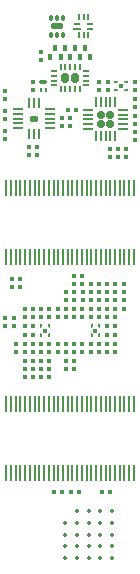
<source format=gbr>
%TF.GenerationSoftware,KiCad,Pcbnew,(5.99.0-10952-g410dbe17de)*%
%TF.CreationDate,2021-06-12T08:48:31+02:00*%
%TF.ProjectId,reDIP-64,72654449-502d-4363-942e-6b696361645f,0.2*%
%TF.SameCoordinates,PX594fc50PY8e9a590*%
%TF.FileFunction,Paste,Bot*%
%TF.FilePolarity,Positive*%
%FSLAX46Y46*%
G04 Gerber Fmt 4.6, Leading zero omitted, Abs format (unit mm)*
G04 Created by KiCad (PCBNEW (5.99.0-10952-g410dbe17de)) date 2021-06-12 08:48:31*
%MOMM*%
%LPD*%
G01*
G04 APERTURE LIST*
G04 Aperture macros list*
%AMRoundRect*
0 Rectangle with rounded corners*
0 $1 Rounding radius*
0 $2 $3 $4 $5 $6 $7 $8 $9 X,Y pos of 4 corners*
0 Add a 4 corners polygon primitive as box body*
4,1,4,$2,$3,$4,$5,$6,$7,$8,$9,$2,$3,0*
0 Add four circle primitives for the rounded corners*
1,1,$1+$1,$2,$3*
1,1,$1+$1,$4,$5*
1,1,$1+$1,$6,$7*
1,1,$1+$1,$8,$9*
0 Add four rect primitives between the rounded corners*
20,1,$1+$1,$2,$3,$4,$5,0*
20,1,$1+$1,$4,$5,$6,$7,0*
20,1,$1+$1,$6,$7,$8,$9,0*
20,1,$1+$1,$8,$9,$2,$3,0*%
%AMFreePoly0*
4,1,6,0.125000,-0.075000,-0.025000,-0.225000,-0.125000,-0.225000,-0.125000,0.125000,0.125000,0.125000,0.125000,-0.075000,0.125000,-0.075000,$1*%
%AMFreePoly1*
4,1,6,0.125000,0.075000,0.125000,-0.125000,-0.125000,-0.125000,-0.125000,0.225000,-0.025000,0.225000,0.125000,0.075000,0.125000,0.075000,$1*%
G04 Aperture macros list end*
%ADD10RoundRect,0.050000X-0.050000X-0.650000X0.050000X-0.650000X0.050000X0.650000X-0.050000X0.650000X0*%
%ADD11C,0.350000*%
%ADD12RoundRect,0.079500X-0.100500X0.079500X-0.100500X-0.079500X0.100500X-0.079500X0.100500X0.079500X0*%
%ADD13RoundRect,0.079500X0.100500X-0.079500X0.100500X0.079500X-0.100500X0.079500X-0.100500X-0.079500X0*%
%ADD14FreePoly0,90.000000*%
%ADD15FreePoly1,270.000000*%
%ADD16FreePoly0,270.000000*%
%ADD17FreePoly1,90.000000*%
%ADD18RoundRect,0.076000X-0.161220X0.000000X0.000000X-0.161220X0.161220X0.000000X0.000000X0.161220X0*%
%ADD19RoundRect,0.050000X0.250000X0.200000X-0.250000X0.200000X-0.250000X-0.200000X0.250000X-0.200000X0*%
%ADD20RoundRect,0.019000X0.406000X-0.076000X0.406000X0.076000X-0.406000X0.076000X-0.406000X-0.076000X0*%
%ADD21RoundRect,0.019000X0.076000X0.406000X-0.076000X0.406000X-0.076000X-0.406000X0.076000X-0.406000X0*%
%ADD22RoundRect,0.167500X-0.167500X0.167500X-0.167500X-0.167500X0.167500X-0.167500X0.167500X0.167500X0*%
%ADD23RoundRect,0.050000X-0.050000X0.375000X-0.050000X-0.375000X0.050000X-0.375000X0.050000X0.375000X0*%
%ADD24RoundRect,0.050000X-0.375000X0.050000X-0.375000X-0.050000X0.375000X-0.050000X0.375000X0.050000X0*%
%ADD25RoundRect,0.175000X0.175000X-0.225000X0.175000X0.225000X-0.175000X0.225000X-0.175000X-0.225000X0*%
%ADD26RoundRect,0.050000X-0.050000X-0.190000X0.050000X-0.190000X0.050000X0.190000X-0.050000X0.190000X0*%
%ADD27RoundRect,0.050000X0.190000X-0.050000X0.190000X0.050000X-0.190000X0.050000X-0.190000X-0.050000X0*%
%ADD28RoundRect,0.025000X-0.100000X0.200000X-0.100000X-0.200000X0.100000X-0.200000X0.100000X0.200000X0*%
%ADD29RoundRect,0.050000X-0.450000X0.200000X-0.450000X-0.200000X0.450000X-0.200000X0.450000X0.200000X0*%
%ADD30RoundRect,0.079500X-0.079500X-0.100500X0.079500X-0.100500X0.079500X0.100500X-0.079500X0.100500X0*%
%ADD31RoundRect,0.079500X0.079500X0.100500X-0.079500X0.100500X-0.079500X-0.100500X0.079500X-0.100500X0*%
%ADD32RoundRect,0.050000X0.050000X0.650000X-0.050000X0.650000X-0.050000X-0.650000X0.050000X-0.650000X0*%
%ADD33FreePoly0,180.000000*%
%ADD34FreePoly1,0.000000*%
%ADD35FreePoly0,0.000000*%
%ADD36FreePoly1,180.000000*%
%ADD37RoundRect,0.076000X0.000000X-0.161220X0.161220X0.000000X0.000000X0.161220X-0.161220X0.000000X0*%
%ADD38RoundRect,0.076000X0.000000X0.161220X-0.161220X0.000000X0.000000X-0.161220X0.161220X0.000000X0*%
%ADD39RoundRect,0.050000X0.075000X-0.100000X0.075000X0.100000X-0.075000X0.100000X-0.075000X-0.100000X0*%
%ADD40RoundRect,0.037500X0.262500X-0.112500X0.262500X0.112500X-0.262500X0.112500X-0.262500X-0.112500X0*%
%ADD41RoundRect,0.030000X0.120000X-0.220000X0.120000X0.220000X-0.120000X0.220000X-0.120000X-0.220000X0*%
%ADD42RoundRect,0.056250X-0.275250X0.056250X-0.275250X-0.056250X0.275250X-0.056250X0.275250X0.056250X0*%
%ADD43RoundRect,0.056250X-0.225250X0.056250X-0.225250X-0.056250X0.225250X-0.056250X0.225250X0.056250X0*%
%ADD44RoundRect,0.056250X-0.056250X-0.225250X0.056250X-0.225250X0.056250X0.225250X-0.056250X0.225250X0*%
G04 APERTURE END LIST*
D10*
%TO.C,U15*%
X8570000Y32900000D03*
X8970000Y32900000D03*
X9370000Y32900000D03*
X9770000Y32900000D03*
X10170000Y32900000D03*
X10570000Y32900000D03*
X10970000Y32900000D03*
X11370000Y32900000D03*
X11770000Y32900000D03*
X12170000Y32900000D03*
X12570000Y32900000D03*
X12970000Y32900000D03*
X13370000Y32900000D03*
X13770000Y32900000D03*
X14170000Y32900000D03*
X14570000Y32900000D03*
X14970000Y32900000D03*
X15370000Y32900000D03*
X15770000Y32900000D03*
X16170000Y32900000D03*
X16570000Y32900000D03*
X16970000Y32900000D03*
X17370000Y32900000D03*
X17770000Y32900000D03*
X18170000Y32900000D03*
X18570000Y32900000D03*
X18970000Y32900000D03*
X19370000Y32900000D03*
X19370000Y27000000D03*
X18970000Y27000000D03*
X18570000Y27000000D03*
X18170000Y27000000D03*
X17770000Y27000000D03*
X17370000Y27000000D03*
X16970000Y27000000D03*
X16570000Y27000000D03*
X16170000Y27000000D03*
X15770000Y27000000D03*
X15370000Y27000000D03*
X14970000Y27000000D03*
X14570000Y27000000D03*
X14170000Y27000000D03*
X13770000Y27000000D03*
X13370000Y27000000D03*
X12970000Y27000000D03*
X12570000Y27000000D03*
X12170000Y27000000D03*
X11770000Y27000000D03*
X11370000Y27000000D03*
X10970000Y27000000D03*
X10570000Y27000000D03*
X10170000Y27000000D03*
X9770000Y27000000D03*
X9370000Y27000000D03*
X8970000Y27000000D03*
X8570000Y27000000D03*
%TD*%
D11*
%TO.C,U17*%
X13540000Y4520000D03*
X13540000Y3520000D03*
X13540000Y2520000D03*
X13540000Y1520000D03*
X14540000Y5520000D03*
X14540000Y4520000D03*
X14540000Y3520000D03*
X14540000Y2520000D03*
X14540000Y1520000D03*
X15540000Y5520000D03*
X15540000Y4520000D03*
X15540000Y3520000D03*
X15540000Y2520000D03*
X15540000Y1520000D03*
X16540000Y5520000D03*
X16540000Y4520000D03*
X16540000Y3520000D03*
X16540000Y2520000D03*
X16540000Y1520000D03*
X17540000Y5520000D03*
X17540000Y4520000D03*
X17540000Y3520000D03*
X17540000Y2520000D03*
X17540000Y1520000D03*
%TD*%
D12*
%TO.C,R1*%
X11470000Y44395000D03*
X11470000Y43705000D03*
%TD*%
%TO.C,R13*%
X11200000Y35655000D03*
X11200000Y36345000D03*
%TD*%
%TO.C,C61*%
X19440000Y40405000D03*
X19440000Y39715000D03*
%TD*%
%TO.C,R6*%
X8500000Y39385000D03*
X8500000Y38695000D03*
%TD*%
D13*
%TO.C,R7*%
X8500000Y37015000D03*
X8500000Y37705000D03*
%TD*%
%TO.C,C41*%
X17140000Y41845000D03*
X17140000Y41155000D03*
%TD*%
D14*
%TO.C,U12*%
X17815000Y41175000D03*
D15*
X17815000Y41825000D03*
D16*
X18765000Y41825000D03*
D17*
X18765000Y41175000D03*
D18*
X18290000Y41500000D03*
%TD*%
D12*
%TO.C,C63*%
X18040000Y36205000D03*
X18040000Y35515000D03*
%TD*%
D13*
%TO.C,C65*%
X16440000Y41155000D03*
X16440000Y41845000D03*
%TD*%
D19*
%TO.C,U3*%
X10900000Y38750000D03*
D20*
X12250000Y39550000D03*
X12250000Y39150000D03*
X12250000Y38750000D03*
X12250000Y38350000D03*
X12250000Y37950000D03*
D21*
X11300000Y37400000D03*
X10900000Y37400000D03*
X10500000Y37400000D03*
D20*
X9550000Y37950000D03*
X9550000Y38350000D03*
X9550000Y38750000D03*
X9550000Y39150000D03*
X9550000Y39550000D03*
D21*
X10500000Y40100000D03*
X10900000Y40100000D03*
X11300000Y40100000D03*
%TD*%
D13*
%TO.C,C8*%
X10860000Y41155000D03*
X10860000Y41845000D03*
%TD*%
%TO.C,C62*%
X19440000Y38315000D03*
X19440000Y39005000D03*
%TD*%
D22*
%TO.C,U19*%
X16560000Y39090000D03*
X17380000Y38270000D03*
X17380000Y39090000D03*
X16560000Y38270000D03*
D23*
X16170000Y40130000D03*
X16570000Y40130000D03*
X16970000Y40130000D03*
X17370000Y40130000D03*
X17770000Y40130000D03*
D24*
X18420000Y39480000D03*
X18420000Y39080000D03*
X18420000Y38680000D03*
X18420000Y38280000D03*
X18420000Y37880000D03*
D23*
X17770000Y37230000D03*
X17370000Y37230000D03*
X16970000Y37230000D03*
X16570000Y37230000D03*
X16170000Y37230000D03*
D24*
X15520000Y37880000D03*
X15520000Y38280000D03*
X15520000Y38680000D03*
X15520000Y39080000D03*
X15520000Y39480000D03*
%TD*%
D12*
%TO.C,C64*%
X17340000Y35515000D03*
X17340000Y36205000D03*
%TD*%
D25*
%TO.C,U1*%
X14420000Y42160000D03*
X13520000Y42160000D03*
D26*
X14770000Y41220000D03*
X14370000Y41220000D03*
X13970000Y41220000D03*
X13570000Y41220000D03*
X13170000Y41220000D03*
D27*
X12630000Y41560000D03*
X12630000Y41960000D03*
X12630000Y42360000D03*
X12630000Y42760000D03*
D26*
X13170000Y43100000D03*
X13570000Y43100000D03*
X13970000Y43100000D03*
X14370000Y43100000D03*
X14770000Y43100000D03*
D27*
X15310000Y42760000D03*
X15310000Y42360000D03*
X15310000Y41960000D03*
X15310000Y41560000D03*
%TD*%
D28*
%TO.C,D2*%
X12360000Y47295000D03*
X12860000Y47295000D03*
X13360000Y47295000D03*
X13360000Y45845000D03*
X12860000Y45845000D03*
X12360000Y45845000D03*
D29*
X12860000Y46570000D03*
%TD*%
D30*
%TO.C,C55*%
X14015000Y7120000D03*
X14705000Y7120000D03*
%TD*%
D13*
%TO.C,C38*%
X19440000Y41845000D03*
X19440000Y41155000D03*
%TD*%
D31*
%TO.C,C57*%
X16695000Y7120000D03*
X17385000Y7120000D03*
%TD*%
D32*
%TO.C,U16*%
X19370000Y8700000D03*
X18970000Y8700000D03*
X18570000Y8700000D03*
X18170000Y8700000D03*
X17770000Y8700000D03*
X17370000Y8700000D03*
X16970000Y8700000D03*
X16570000Y8700000D03*
X16170000Y8700000D03*
X15770000Y8700000D03*
X15370000Y8700000D03*
X14970000Y8700000D03*
X14570000Y8700000D03*
X14170000Y8700000D03*
X13770000Y8700000D03*
X13370000Y8700000D03*
X12970000Y8700000D03*
X12570000Y8700000D03*
X12170000Y8700000D03*
X11770000Y8700000D03*
X11370000Y8700000D03*
X10970000Y8700000D03*
X10570000Y8700000D03*
X10170000Y8700000D03*
X9770000Y8700000D03*
X9370000Y8700000D03*
X8970000Y8700000D03*
X8570000Y8700000D03*
X8570000Y14600000D03*
X8970000Y14600000D03*
X9370000Y14600000D03*
X9770000Y14600000D03*
X10170000Y14600000D03*
X10570000Y14600000D03*
X10970000Y14600000D03*
X11370000Y14600000D03*
X11770000Y14600000D03*
X12170000Y14600000D03*
X12570000Y14600000D03*
X12970000Y14600000D03*
X13370000Y14600000D03*
X13770000Y14600000D03*
X14170000Y14600000D03*
X14570000Y14600000D03*
X14970000Y14600000D03*
X15370000Y14600000D03*
X15770000Y14600000D03*
X16170000Y14600000D03*
X16570000Y14600000D03*
X16970000Y14600000D03*
X17370000Y14600000D03*
X17770000Y14600000D03*
X18170000Y14600000D03*
X18570000Y14600000D03*
X18970000Y14600000D03*
X19370000Y14600000D03*
%TD*%
D13*
%TO.C,C2*%
X8500000Y21205000D03*
X8500000Y21895000D03*
%TD*%
%TO.C,C1*%
X9200000Y21205000D03*
X9200000Y21895000D03*
%TD*%
D30*
%TO.C,R16*%
X13305000Y7120000D03*
X12615000Y7120000D03*
%TD*%
%TO.C,C5*%
X17815000Y23350000D03*
X17125000Y23350000D03*
%TD*%
D31*
%TO.C,R8*%
X17125000Y24750000D03*
X17815000Y24750000D03*
%TD*%
%TO.C,C25*%
X15725000Y22650000D03*
X16415000Y22650000D03*
%TD*%
%TO.C,C16*%
X10815000Y22650000D03*
X10125000Y22650000D03*
%TD*%
%TO.C,C58*%
X12215000Y16850000D03*
X11525000Y16850000D03*
%TD*%
%TO.C,R22*%
X10125000Y18250000D03*
X10815000Y18250000D03*
%TD*%
%TO.C,C30*%
X11525000Y18950000D03*
X12215000Y18950000D03*
%TD*%
D12*
%TO.C,C66*%
X19440000Y37605000D03*
X19440000Y36915000D03*
%TD*%
D30*
%TO.C,C39*%
X11525000Y21950000D03*
X12215000Y21950000D03*
%TD*%
D31*
%TO.C,C37*%
X16415000Y21950000D03*
X15725000Y21950000D03*
%TD*%
D13*
%TO.C,C53*%
X14320000Y19645000D03*
X14320000Y18955000D03*
%TD*%
%TO.C,C24*%
X14320000Y23355000D03*
X14320000Y24045000D03*
%TD*%
D12*
%TO.C,R21*%
X9420000Y19645000D03*
X9420000Y18955000D03*
%TD*%
D30*
%TO.C,C36*%
X11525000Y19650000D03*
X12215000Y19650000D03*
%TD*%
D33*
%TO.C,U11*%
X16435000Y20325000D03*
D34*
X15785000Y20325000D03*
D35*
X15785000Y21275000D03*
D36*
X16435000Y21275000D03*
D37*
X16110000Y20800000D03*
%TD*%
D31*
%TO.C,C59*%
X12215000Y17550000D03*
X11525000Y17550000D03*
%TD*%
D13*
%TO.C,C49*%
X12920000Y18955000D03*
X12920000Y19645000D03*
%TD*%
D12*
%TO.C,C52*%
X14320000Y21955000D03*
X14320000Y22645000D03*
%TD*%
D30*
%TO.C,C44*%
X17815000Y19650000D03*
X17125000Y19650000D03*
%TD*%
D31*
%TO.C,C17*%
X10125000Y21950000D03*
X10815000Y21950000D03*
%TD*%
D12*
%TO.C,R5*%
X18520000Y22655000D03*
X18520000Y23345000D03*
%TD*%
D31*
%TO.C,R9*%
X16415000Y24750000D03*
X15725000Y24750000D03*
%TD*%
D13*
%TO.C,C26*%
X13620000Y24045000D03*
X13620000Y23355000D03*
%TD*%
D12*
%TO.C,C29*%
X14320000Y18245000D03*
X14320000Y17555000D03*
%TD*%
D30*
%TO.C,R19*%
X11525000Y18250000D03*
X12215000Y18250000D03*
%TD*%
D13*
%TO.C,R10*%
X16420000Y24045000D03*
X16420000Y23355000D03*
%TD*%
D31*
%TO.C,C40*%
X15725000Y19650000D03*
X16415000Y19650000D03*
%TD*%
D13*
%TO.C,R18*%
X10820000Y16855000D03*
X10820000Y17545000D03*
%TD*%
D12*
%TO.C,C50*%
X15020000Y22645000D03*
X15020000Y21955000D03*
%TD*%
D30*
%TO.C,R12*%
X15715000Y24050000D03*
X15025000Y24050000D03*
%TD*%
D31*
%TO.C,C15*%
X10125000Y18950000D03*
X10815000Y18950000D03*
%TD*%
D30*
%TO.C,C20*%
X17815000Y20450000D03*
X17125000Y20450000D03*
%TD*%
%TO.C,C46*%
X17125000Y21950000D03*
X17815000Y21950000D03*
%TD*%
D13*
%TO.C,R2*%
X14320000Y25445000D03*
X14320000Y24755000D03*
%TD*%
D30*
%TO.C,C6*%
X17125000Y24050000D03*
X17815000Y24050000D03*
%TD*%
D12*
%TO.C,C43*%
X12920000Y21955000D03*
X12920000Y22645000D03*
%TD*%
D35*
%TO.C,U10*%
X11505000Y21275000D03*
D36*
X12155000Y21275000D03*
D33*
X12155000Y20325000D03*
D34*
X11505000Y20325000D03*
D38*
X11830000Y20800000D03*
%TD*%
D30*
%TO.C,R11*%
X15025000Y23350000D03*
X15715000Y23350000D03*
%TD*%
D13*
%TO.C,C3*%
X9750000Y24475000D03*
X9750000Y25165000D03*
%TD*%
D31*
%TO.C,C28*%
X11525000Y22650000D03*
X12215000Y22650000D03*
%TD*%
D13*
%TO.C,C47*%
X13620000Y18955000D03*
X13620000Y19645000D03*
%TD*%
D12*
%TO.C,R4*%
X18520000Y24745000D03*
X18520000Y24055000D03*
%TD*%
D31*
%TO.C,C14*%
X10125000Y19650000D03*
X10815000Y19650000D03*
%TD*%
D30*
%TO.C,C22*%
X17815000Y21150000D03*
X17125000Y21150000D03*
%TD*%
D13*
%TO.C,R3*%
X15020000Y24755000D03*
X15020000Y25445000D03*
%TD*%
D12*
%TO.C,C45*%
X13620000Y21955000D03*
X13620000Y22645000D03*
%TD*%
D30*
%TO.C,C42*%
X17815000Y18950000D03*
X17125000Y18950000D03*
%TD*%
D31*
%TO.C,C23*%
X10125000Y20450000D03*
X10815000Y20450000D03*
%TD*%
D13*
%TO.C,C51*%
X15020000Y19645000D03*
X15020000Y18955000D03*
%TD*%
%TO.C,C4*%
X9050000Y25165000D03*
X9050000Y24475000D03*
%TD*%
D30*
%TO.C,C48*%
X17815000Y22650000D03*
X17125000Y22650000D03*
%TD*%
D12*
%TO.C,R20*%
X10120000Y16855000D03*
X10120000Y17545000D03*
%TD*%
%TO.C,C31*%
X13620000Y17555000D03*
X13620000Y18245000D03*
%TD*%
D31*
%TO.C,C21*%
X10815000Y21150000D03*
X10125000Y21150000D03*
%TD*%
%TO.C,C27*%
X16415000Y18950000D03*
X15725000Y18950000D03*
%TD*%
D13*
%TO.C,C10*%
X8500000Y40375000D03*
X8500000Y41065000D03*
%TD*%
D31*
%TO.C,C60*%
X14495000Y39480000D03*
X13805000Y39480000D03*
%TD*%
D30*
%TO.C,C9*%
X13995000Y38780000D03*
X13305000Y38780000D03*
%TD*%
%TO.C,C7*%
X13995000Y38080000D03*
X13305000Y38080000D03*
%TD*%
D13*
%TO.C,C67*%
X18740000Y36205000D03*
X18740000Y35515000D03*
%TD*%
D12*
%TO.C,R14*%
X10500000Y36345000D03*
X10500000Y35655000D03*
%TD*%
D39*
%TO.C,Q1*%
X11935000Y41150000D03*
X11485000Y41150000D03*
D40*
X11710000Y41850000D03*
%TD*%
D41*
%TO.C,D3*%
X15670000Y43920000D03*
X14770000Y43920000D03*
X13970000Y43920000D03*
X13170000Y43920000D03*
X12270000Y43920000D03*
X12670000Y44720000D03*
X13570000Y44720000D03*
X14370000Y44720000D03*
X15270000Y44720000D03*
%TD*%
D42*
%TO.C,U2*%
X14591500Y46370000D03*
D43*
X14541500Y46770000D03*
D44*
X14710000Y47338500D03*
X15110000Y47338500D03*
X15510000Y47338500D03*
D43*
X15678500Y46770000D03*
X15678500Y46370000D03*
D44*
X15510000Y45801500D03*
X15110000Y45801500D03*
X14710000Y45801500D03*
%TD*%
M02*

</source>
